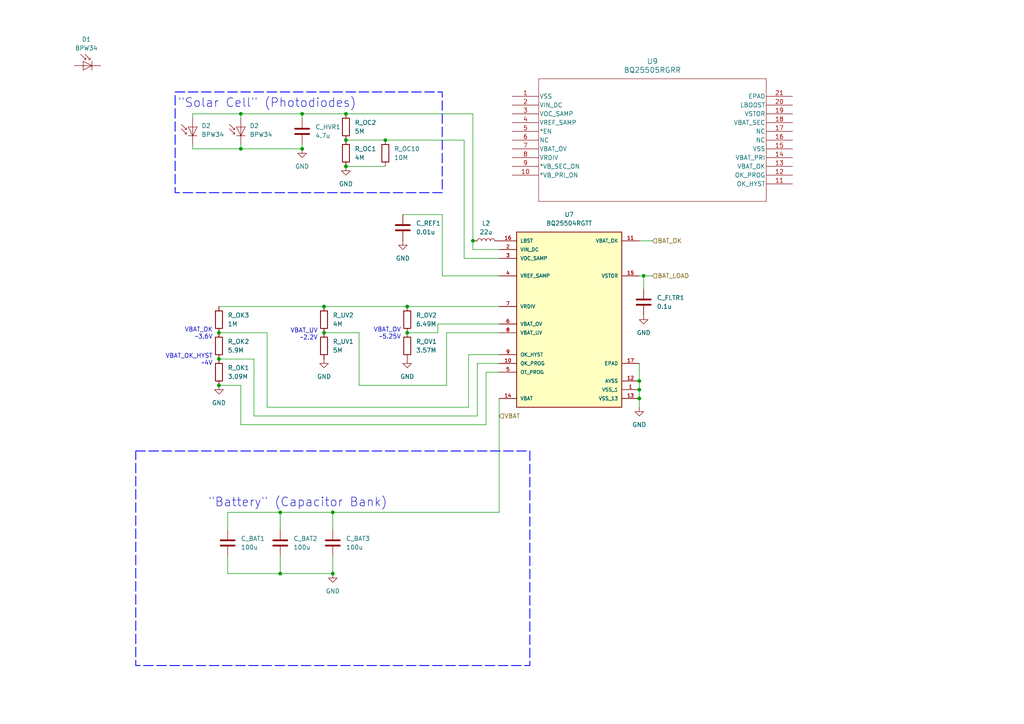
<source format=kicad_sch>
(kicad_sch (version 20250114) (generator "eeschema") (generator_version "9.0")
  (paper "A4")
  (lib_symbols
    (symbol "BQ25504RGTT:BQ25504RGTT" (pin_names (offset 1.016))
      (property "Reference" "U7" (at 0 30.48 0))
      (property "Value" "BQ25504RGTT" (at 0 27.94 0))
      (symbol "BQ25504RGTT_0_0"
        (rectangle (start -15.24 -25.4) (end 15.24 25.4) (stroke (width 0.254)) (fill (type background)))
        (pin input line (at -20.32 22.86 0) (length 5.08) (name "LBST") (number "16"))
        (pin input line (at -20.32 20.32 0) (length 5.08) (name "VIN_DC") (number "2"))
        (pin input line (at -20.32 17.78 0) (length 5.08) (name "VOC_SAMP") (number "3"))
        (pin input line (at -20.32 12.7 0) (length 5.08) (name "VREF_SAMP") (number "4"))
        (pin output line (at -20.32 3.81 0) (length 5.08) (name "VRDIV") (number "7"))
        (pin input line (at -20.32 -1.27 0) (length 5.08) (name "VBAT_OV") (number "6"))
        (pin input line (at -20.32 -3.81 0) (length 5.08) (name "VBAT_UV") (number "8"))
        (pin input line (at -20.32 -10.16 0) (length 5.08) (name "OK_HYST") (number "9"))
        (pin input line (at -20.32 -12.7 0) (length 5.08) (name "OK_PROG") (number "10"))
        (pin input line (at -20.32 -15.24 0) (length 5.08) (name "OT_PROG") (number "5"))
        (pin bidirectional line (at -20.32 -22.86 0) (length 5.08) (name "VBAT") (number "14"))
        (pin output line (at 20.32 22.86 180) (length 5.08) (name "VBAT_OK") (number "11"))
        (pin output line (at 20.32 12.7 180) (length 5.08) (name "VSTOR") (number "15"))
        (pin power_in line (at 20.32 -12.7 180) (length 5.08) (name "EPAD") (number "17"))
        (pin power_in line (at 20.32 -17.78 180) (length 5.08) (name "AVSS") (number "12"))
        (pin power_in line (at 20.32 -20.32 180) (length 5.08) (name "VSS_1") (number "1"))
        (pin power_in line (at 20.32 -22.86 180) (length 5.08) (name "VSS_13") (number "13"))
      )
    )
    (symbol "BQ25505:BQ25505RGRR" (pin_names (offset 0.254))
      (property "Reference" "U" (at 40.64 10.16 0))
      (property "Value" "BQ25505RGRR" (at 40.64 7.62 0))
      (symbol "BQ25505RGRR_0_1"
        (polyline (pts (xy 7.62 5.08) (xy 7.62 -30.48)) (stroke (width 0.127)))
        (polyline (pts (xy 7.62 -30.48) (xy 73.66 -30.48)) (stroke (width 0.127)))
        (polyline (pts (xy 73.66 5.08) (xy 7.62 5.08)) (stroke (width 0.127)))
        (polyline (pts (xy 73.66 -30.48) (xy 73.66 5.08)) (stroke (width 0.127)))
        (pin input line (at 0 0 0) (length 7.62) (name "VSS") (number "1"))
        (pin input line (at 0 -2.54 0) (length 7.62) (name "VIN_DC") (number "2"))
        (pin input line (at 0 -5.08 0) (length 7.62) (name "VOC_SAMP") (number "3"))
        (pin input line (at 0 -7.62 0) (length 7.62) (name "VREF_SAMP") (number "4"))
        (pin input line (at 0 -10.16 0) (length 7.62) (name "*EN") (number "5"))
        (pin input line (at 0 -12.7 0) (length 7.62) (name "NC") (number "6"))
        (pin power_in line (at 0 -15.24 0) (length 7.62) (name "VBAT_OV") (number "7"))
        (pin output line (at 0 -17.78 0) (length 7.62) (name "VRDIV") (number "8"))
        (pin output line (at 0 -20.32 0) (length 7.62) (name "*VB_SEC_ON") (number "9"))
        (pin output line (at 0 -22.86 0) (length 7.62) (name "*VB_PRI_ON") (number "10"))
        (pin unspecified line (at 81.28 0 180) (length 7.62) (name "EPAD") (number "21"))
        (pin input line (at 81.28 -2.54 180) (length 7.62) (name "LBOOST") (number "20"))
        (pin output line (at 81.28 -5.08 180) (length 7.62) (name "VSTOR") (number "19"))
        (pin bidirectional line (at 81.28 -7.62 180) (length 7.62) (name "VBAT_SEC") (number "18"))
        (pin input line (at 81.28 -10.16 180) (length 7.62) (name "NC") (number "17"))
        (pin input line (at 81.28 -12.7 180) (length 7.62) (name "NC") (number "16"))
        (pin power_in line (at 81.28 -15.24 180) (length 7.62) (name "VSS") (number "15"))
        (pin input line (at 81.28 -17.78 180) (length 7.62) (name "VBAT_PRI") (number "14"))
        (pin output line (at 81.28 -20.32 180) (length 7.62) (name "VBAT_OK") (number "13"))
        (pin input line (at 81.28 -22.86 180) (length 7.62) (name "OK_PROG") (number "12"))
        (pin input line (at 81.28 -25.4 180) (length 7.62) (name "OK_HYST") (number "11"))
      )
    )
    (symbol "Device:C" (pin_numbers (hide yes)) (pin_names (offset 0.254))
      (property "Reference" "C" (at 0.635 2.54 0))
      (property "Value" "C" (at 0.635 -2.54 0))
      (symbol "C_0_1"
        (polyline (pts (xy -2.032 0.762) (xy 2.032 0.762)) (stroke (width 0.508)))
        (polyline (pts (xy -2.032 -0.762) (xy 2.032 -0.762)) (stroke (width 0.508)))
      )
      (symbol "C_1_1"
        (pin passive line (at 0 3.81 270) (length 2.794) (name "~") (number "1"))
        (pin passive line (at 0 -3.81 90) (length 2.794) (name "~") (number "2"))
      )
    )
    (symbol "Device:L" (pin_numbers (hide yes)) (pin_names (offset 1.016) (hide yes))
      (property "Reference" "L" (at -1.27 0 90))
      (property "Value" "L" (at 1.905 0 90))
      (symbol "L_0_1"
        (arc (start 0 2.54) (mid 0.6323 1.905) (end 0 1.27))
        (arc (start 0 1.27) (mid 0.6323 0.635) (end 0 0))
        (arc (start 0 0) (mid 0.6323 -0.635) (end 0 -1.27))
        (arc (start 0 -1.27) (mid 0.6323 -1.905) (end 0 -2.54))
      )
      (symbol "L_1_1"
        (pin passive line (at 0 3.81 270) (length 1.27) (name "1") (number "1"))
        (pin passive line (at 0 -3.81 90) (length 1.27) (name "2") (number "2"))
      )
    )
    (symbol "Device:R" (pin_numbers (hide yes)) (pin_names (offset 0))
      (property "Reference" "R" (at 2.032 0 90))
      (property "Value" "R" (at 0 0 90))
      (symbol "R_0_1"
        (rectangle (start -1.016 -2.54) (end 1.016 2.54) (stroke (width 0.254)))
      )
      (symbol "R_1_1"
        (pin passive line (at 0 3.81 270) (length 1.27) (name "~") (number "1"))
        (pin passive line (at 0 -3.81 90) (length 1.27) (name "~") (number "2"))
      )
    )
    (symbol "Sensor_Optical:BPW34" (pin_numbers (hide yes)) (pin_names (offset 1.016) (hide yes))
      (property "Reference" "D" (at 0.508 1.778 0))
      (property "Value" "BPW34" (at -1.016 -2.794 0))
      (symbol "BPW34_0_1"
        (polyline (pts (xy -2.54 1.27) (xy -2.54 -1.27)) (stroke (width 0.1524)))
        (polyline (pts (xy -2.032 1.778) (xy -1.524 1.778)))
        (polyline (pts (xy -0.508 3.302) (xy -2.032 1.778) (xy -2.032 2.286)))
        (polyline (pts (xy 0 1.27) (xy -2.54 0) (xy 0 -1.27)))
        (polyline (pts (xy 0 0) (xy -2.54 0)))
        (polyline (pts (xy 0 -1.27) (xy 0 1.27)))
        (polyline (pts (xy 0.762 3.302) (xy -0.762 1.778) (xy -0.762 2.286) (xy -0.762 1.778) (xy -0.254 1.778)))
      )
      (symbol "BPW34_1_1"
        (pin passive line (at -5.08 0 0) (length 2.54) (name "K") (number "1"))
        (pin passive line (at 2.54 0 180) (length 2.54) (name "A") (number "2"))
      )
    )
    (symbol "power:GND" (power) (pin_numbers (hide yes)) (pin_names (offset 0) (hide yes))
      (property "Value" "GND" (at 0 -3.81 0))
      (symbol "GND_0_1"
        (polyline (pts (xy 0 0) (xy 0 -1.27) (xy 1.27 -1.27) (xy 0 -2.54) (xy -1.27 -1.27) (xy 0 -1.27)))
      )
      (symbol "GND_1_1"
        (pin power_in line (at 0 0 270) (length 0) (name "~") (number "1"))
      )
    )
  )
  (rectangle (start 50.8 26.67) (end 128.27 55.88) (stroke (width 0.254) (type dash) (color 0 0 255 1)))
  (rectangle (start 39.37 130.81) (end 153.67 193.04) (stroke (width 0.254) (type dash) (color 0 0 255 1)))
  (text "\"Battery\" (Capacitor Bank)" (at 86.36 145.796 0) (effects (font (size 2.54 2.54))))
  (text "\"Solar Cell\" (Photodiodes)" (at 77.47 29.972 0) (effects (font (size 2.54 2.54))))
  (text "VBAT_OV\n~5.25V" (at 116.332 96.774 0) (effects (font (size 1.27 1.27)) (justify right)))
  (text "VBAT_OK\n~3.6V" (at 61.722 96.774 0) (effects (font (size 1.27 1.27)) (justify right)))
  (text "VBAT_UV\n~2.2V" (at 92.202 97.028 0) (effects (font (size 1.27 1.27)) (justify right)))
  (text "VBAT_OK_HYST\n~4V" (at 61.722 104.394 0) (effects (font (size 1.27 1.27)) (justify right)))
  (junction (at 185.42 115.57))
  (junction (at 93.98 88.9))
  (junction (at 69.85 43.18))
  (junction (at 63.5 96.52))
  (junction (at 100.33 33.02))
  (junction (at 118.11 88.9))
  (junction (at 69.85 33.02))
  (junction (at 111.76 40.64))
  (junction (at 96.52 148.59))
  (junction (at 137.16 69.85))
  (junction (at 118.11 96.52))
  (junction (at 186.69 80.01))
  (junction (at 185.42 110.49))
  (junction (at 81.28 148.59))
  (junction (at 87.63 33.02))
  (junction (at 100.33 48.26))
  (junction (at 63.5 111.76))
  (junction (at 96.52 166.37))
  (junction (at 185.42 113.03))
  (junction (at 93.98 96.52))
  (junction (at 87.63 43.18))
  (junction (at 63.5 104.14))
  (junction (at 81.28 166.37))
  (junction (at 100.33 40.64))
  (wire (pts (xy 138.43 120.65) (xy 138.43 105.41)))
  (wire (pts (xy 96.52 161.29) (xy 96.52 166.37)))
  (wire (pts (xy 87.63 33.02) (xy 87.63 34.29)))
  (wire (pts (xy 81.28 161.29) (xy 81.28 166.37)))
  (wire (pts (xy 66.04 148.59) (xy 66.04 153.67)))
  (wire (pts (xy 186.69 80.01) (xy 189.23 80.01)))
  (wire (pts (xy 87.63 33.02) (xy 100.33 33.02)))
  (wire (pts (xy 185.42 115.57) (xy 185.42 118.11)))
  (wire (pts (xy 135.89 118.11) (xy 135.89 102.87)))
  (wire (pts (xy 186.69 83.82) (xy 186.69 80.01)))
  (wire (pts (xy 134.62 40.64) (xy 134.62 74.93)))
  (wire (pts (xy 55.88 33.02) (xy 69.85 33.02)))
  (wire (pts (xy 129.54 96.52) (xy 129.54 111.76)))
  (wire (pts (xy 69.85 33.02) (xy 87.63 33.02)))
  (wire (pts (xy 127 96.52) (xy 118.11 96.52)))
  (wire (pts (xy 140.97 123.19) (xy 69.85 123.19)))
  (wire (pts (xy 100.33 33.02) (xy 137.16 33.02)))
  (wire (pts (xy 77.47 96.52) (xy 63.5 96.52)))
  (wire (pts (xy 189.23 69.85) (xy 185.42 69.85)))
  (wire (pts (xy 100.33 40.64) (xy 111.76 40.64)))
  (wire (pts (xy 63.5 88.9) (xy 93.98 88.9)))
  (wire (pts (xy 185.42 110.49) (xy 185.42 113.03)))
  (wire (pts (xy 129.54 111.76) (xy 104.14 111.76)))
  (wire (pts (xy 128.27 80.01) (xy 144.78 80.01)))
  (wire (pts (xy 96.52 148.59) (xy 144.78 148.59)))
  (wire (pts (xy 81.28 166.37) (xy 96.52 166.37)))
  (wire (pts (xy 66.04 166.37) (xy 81.28 166.37)))
  (wire (pts (xy 144.78 74.93) (xy 134.62 74.93)))
  (wire (pts (xy 185.42 113.03) (xy 185.42 115.57)))
  (wire (pts (xy 63.5 111.76) (xy 69.85 111.76)))
  (wire (pts (xy 137.16 69.85) (xy 137.16 33.02)))
  (wire (pts (xy 111.76 40.64) (xy 134.62 40.64)))
  (wire (pts (xy 100.33 48.26) (xy 111.76 48.26)))
  (wire (pts (xy 185.42 105.41) (xy 185.42 110.49)))
  (wire (pts (xy 69.85 43.18) (xy 87.63 43.18)))
  (wire (pts (xy 81.28 153.67) (xy 81.28 148.59)))
  (wire (pts (xy 93.98 88.9) (xy 118.11 88.9)))
  (wire (pts (xy 137.16 69.85) (xy 137.16 72.39)))
  (wire (pts (xy 69.85 33.02) (xy 69.85 34.29)))
  (wire (pts (xy 116.84 62.23) (xy 128.27 62.23)))
  (wire (pts (xy 127 96.52) (xy 127 93.98)))
  (wire (pts (xy 137.16 72.39) (xy 144.78 72.39)))
  (wire (pts (xy 69.85 123.19) (xy 69.85 111.76)))
  (wire (pts (xy 104.14 96.52) (xy 93.98 96.52)))
  (wire (pts (xy 144.78 148.59) (xy 144.78 115.57)))
  (wire (pts (xy 118.11 88.9) (xy 144.78 88.9)))
  (wire (pts (xy 66.04 161.29) (xy 66.04 166.37)))
  (wire (pts (xy 55.88 43.18) (xy 69.85 43.18)))
  (wire (pts (xy 140.97 123.19) (xy 140.97 107.95)))
  (wire (pts (xy 81.28 148.59) (xy 66.04 148.59)))
  (wire (pts (xy 87.63 43.18) (xy 87.63 41.91)))
  (wire (pts (xy 96.52 148.59) (xy 96.52 153.67)))
  (wire (pts (xy 135.89 118.11) (xy 77.47 118.11)))
  (wire (pts (xy 55.88 43.18) (xy 55.88 41.91)))
  (wire (pts (xy 73.66 104.14) (xy 63.5 104.14)))
  (wire (pts (xy 138.43 105.41) (xy 144.78 105.41)))
  (wire (pts (xy 104.14 111.76) (xy 104.14 96.52)))
  (wire (pts (xy 73.66 120.65) (xy 73.66 104.14)))
  (wire (pts (xy 135.89 102.87) (xy 144.78 102.87)))
  (wire (pts (xy 81.28 148.59) (xy 96.52 148.59)))
  (wire (pts (xy 69.85 43.18) (xy 69.85 41.91)))
  (wire (pts (xy 138.43 120.65) (xy 73.66 120.65)))
  (wire (pts (xy 144.78 93.98) (xy 127 93.98)))
  (wire (pts (xy 144.78 96.52) (xy 129.54 96.52)))
  (wire (pts (xy 185.42 80.01) (xy 186.69 80.01)))
  (wire (pts (xy 128.27 62.23) (xy 128.27 80.01)))
  (wire (pts (xy 140.97 107.95) (xy 144.78 107.95)))
  (wire (pts (xy 77.47 118.11) (xy 77.47 96.52)))
  (wire (pts (xy 55.88 33.02) (xy 55.88 34.29)))
  (hierarchical_label "BAT_OK" (shape input) (at 189.23 69.85 0))
  (hierarchical_label "BAT_LOAD" (shape input) (at 189.23 80.01 0))
  (hierarchical_label "VBAT" (shape input) (at 144.78 120.65 0))
  (symbol (lib_id "Sensor_Optical:BPW34") (at 24.13 19.05 0) (mirror y) (unit 1)
    (property "Reference" "D1" (at 25.0571 11.43 0))
    (property "Value" "BPW34" (at 25.0571 13.97 0))
    (property "Footprint" "OptoDevice:Osram_DIL2_4.3x4.65mm_P5.08mm" (effects (hide yes)))
    (property "Datasheet" "http://www.vishay.com/docs/81521/bpw34.pdf" (effects (hide yes)))
    (property "Description" "Silicon PIN Photodiode" (effects (hide yes)))
  )
  (symbol (lib_id "power:GND") (at 118.11 104.14 0) (unit 1)
    (property "Reference" "#PWR029" (effects (hide yes)))
    (property "Value" "GND" (at 118.11 109.22 0))
    (property "Description" "Power symbol creates a global label with name \"GND\" , ground" (effects (hide yes)))
  )
  (symbol (lib_id "Device:R") (at 111.76 44.45 0) (unit 1)
    (property "Reference" "R_OC10" (at 114.3 43.1799 0) (effects (justify left)))
    (property "Value" "10M" (at 114.3 45.7199 0) (effects (justify left)))
    (property "Footprint" "Resistor_SMD:R_0402_1005Metric" (effects (hide yes)))
    (property "Description" "Resistor" (effects (hide yes)))
  )
  (symbol (lib_id "Device:C") (at 66.04 157.48 0) (unit 1)
    (property "Reference" "C_BAT1" (at 69.85 156.2099 0) (effects (justify left)))
    (property "Value" "100u" (at 69.85 158.7499 0) (effects (justify left)))
    (property "Footprint" "Capacitor_SMD:C_1206_3216Metric" (effects (hide yes)))
    (property "Description" "Unpolarized capacitor" (effects (hide yes)))
  )
  (symbol (lib_id "power:GND") (at 186.69 91.44 0) (unit 1)
    (property "Reference" "#PWR024" (effects (hide yes)))
    (property "Value" "GND" (at 186.69 96.52 0))
    (property "Description" "Power symbol creates a global label with name \"GND\" , ground" (effects (hide yes)))
  )
  (symbol (lib_id "Sensor_Optical:BPW34") (at 55.88 36.83 90) (unit 1)
    (property "Reference" "D2" (at 58.42 36.487 90) (effects (justify right)))
    (property "Value" "BPW34" (at 58.42 39.027 90) (effects (justify right)))
    (property "Footprint" "OptoDevice:Osram_DIL2_4.3x4.65mm_P5.08mm" (effects (hide yes)))
    (property "Datasheet" "http://www.vishay.com/docs/81521/bpw34.pdf" (effects (hide yes)))
    (property "Description" "Silicon PIN Photodiode" (effects (hide yes)))
  )
  (symbol (lib_id "BQ25504RGTT:BQ25504RGTT") (at 165.1 92.71 0) (unit 1)
    (property "Reference" "U7" (at 165.1 62.23 0))
    (property "Value" "BQ25504RGTT" (at 165.1 64.77 0))
    (property "Footprint" "BQ25504RGTT:QFN50P300X300X100-17N" (effects (hide yes)))
    (property "PARTREV" "F" (effects (hide yes)))
    (property "STANDARD" "IPC 7351B" (effects (hide yes)))
    (property "MAXIMUM_PACKAGE_HIEGHT" "1mm" (effects (hide yes)))
    (property "MANUFACTURER" "Texas Instruments" (effects (hide yes)))
  )
  (symbol (lib_id "BQ25505:BQ25505RGRR") (at 148.59 27.94 0) (unit 1)
    (property "Reference" "U9" (at 189.23 17.78 0) (effects (font (size 1.524 1.524))))
    (property "Value" "BQ25505RGRR" (at 189.23 20.32 0) (effects (font (size 1.524 1.524))))
    (property "Footprint" "RGR20_2P05X2P05_TEX" (effects (hide yes)))
    (property "Datasheet" "https://www.ti.com/lit/gpn/bq25505" (effects (hide yes)))
  )
  (symbol (lib_id "power:GND") (at 87.63 43.18 0) (unit 1)
    (property "Reference" "#PWR023" (effects (hide yes)))
    (property "Value" "GND" (at 87.63 48.26 0))
    (property "Description" "Power symbol creates a global label with name \"GND\" , ground" (effects (hide yes)))
  )
  (symbol (lib_id "Device:R") (at 63.5 92.71 0) (unit 1)
    (property "Reference" "R_OK3" (at 66.04 91.4399 0) (effects (justify left)))
    (property "Value" "1M" (at 66.04 93.9799 0) (effects (justify left)))
    (property "Footprint" "Resistor_SMD:R_0402_1005Metric" (effects (hide yes)))
    (property "Description" "Resistor" (effects (hide yes)))
  )
  (symbol (lib_id "Device:C") (at 186.69 87.63 0) (unit 1)
    (property "Reference" "C_FLTR1" (at 190.5 86.3599 0) (effects (justify left)))
    (property "Value" "0.1u" (at 190.5 88.8999 0) (effects (justify left)))
    (property "Footprint" "Capacitor_SMD:C_0402_1005Metric" (effects (hide yes)))
    (property "Description" "Unpolarized capacitor" (effects (hide yes)))
  )
  (symbol (lib_id "Device:R") (at 93.98 100.33 0) (unit 1)
    (property "Reference" "R_UV1" (at 96.52 99.0599 0) (effects (justify left)))
    (property "Value" "5M" (at 96.52 101.5999 0) (effects (justify left)))
    (property "Footprint" "Resistor_SMD:R_0402_1005Metric" (effects (hide yes)))
    (property "Description" "Resistor" (effects (hide yes)))
  )
  (symbol (lib_id "power:GND") (at 63.5 111.76 0) (unit 1)
    (property "Reference" "#PWR027" (effects (hide yes)))
    (property "Value" "GND" (at 63.5 116.84 0))
    (property "Description" "Power symbol creates a global label with name \"GND\" , ground" (effects (hide yes)))
  )
  (symbol (lib_id "Device:C") (at 96.52 157.48 0) (unit 1)
    (property "Reference" "C_BAT3" (at 100.33 156.2099 0) (effects (justify left)))
    (property "Value" "100u" (at 100.33 158.7499 0) (effects (justify left)))
    (property "Footprint" "Capacitor_SMD:C_1206_3216Metric" (effects (hide yes)))
    (property "Description" "Unpolarized capacitor" (effects (hide yes)))
  )
  (symbol (lib_id "power:GND") (at 96.52 166.37 0) (unit 1)
    (property "Reference" "#PWR022" (effects (hide yes)))
    (property "Value" "GND" (at 96.52 171.45 0))
    (property "Description" "Power symbol creates a global label with name \"GND\" , ground" (effects (hide yes)))
  )
  (symbol (lib_id "Device:R") (at 118.11 92.71 0) (unit 1)
    (property "Reference" "R_OV2" (at 120.65 91.4399 0) (effects (justify left)))
    (property "Value" "6.49M" (at 120.65 93.9799 0) (effects (justify left)))
    (property "Footprint" "Resistor_SMD:R_0402_1005Metric" (effects (hide yes)))
    (property "Description" "Resistor" (effects (hide yes)))
  )
  (symbol (lib_id "Device:R") (at 63.5 100.33 0) (unit 1)
    (property "Reference" "R_OK2" (at 66.04 99.0599 0) (effects (justify left)))
    (property "Value" "5.9M" (at 66.04 101.5999 0) (effects (justify left)))
    (property "Footprint" "Resistor_SMD:R_0402_1005Metric" (effects (hide yes)))
    (property "Description" "Resistor" (effects (hide yes)))
  )
  (symbol (lib_id "Device:R") (at 100.33 36.83 0) (unit 1)
    (property "Reference" "R_OC2" (at 102.87 35.5599 0) (effects (justify left)))
    (property "Value" "5M" (at 102.87 38.0999 0) (effects (justify left)))
    (property "Footprint" "Resistor_SMD:R_0402_1005Metric" (effects (hide yes)))
    (property "Description" "Resistor" (effects (hide yes)))
  )
  (symbol (lib_id "Device:R") (at 118.11 100.33 0) (unit 1)
    (property "Reference" "R_OV1" (at 120.65 99.0599 0) (effects (justify left)))
    (property "Value" "3.57M" (at 120.65 101.5999 0) (effects (justify left)))
    (property "Footprint" "Resistor_SMD:R_0402_1005Metric" (effects (hide yes)))
    (property "Description" "Resistor" (effects (hide yes)))
  )
  (symbol (lib_id "Device:L") (at 140.97 69.85 90) (unit 1)
    (property "Reference" "L2" (at 140.97 64.77 90))
    (property "Value" "22u" (at 140.97 67.31 90))
    (property "Footprint" "Inductor_SMD:L_0805_2012Metric" (effects (hide yes)))
    (property "Description" "Inductor" (effects (hide yes)))
  )
  (symbol (lib_id "power:GND") (at 100.33 48.26 0) (unit 1)
    (property "Reference" "#PWR025" (effects (hide yes)))
    (property "Value" "GND" (at 100.33 53.34 0))
    (property "Description" "Power symbol creates a global label with name \"GND\" , ground" (effects (hide yes)))
  )
  (symbol (lib_id "Device:C") (at 81.28 157.48 0) (unit 1)
    (property "Reference" "C_BAT2" (at 85.09 156.2099 0) (effects (justify left)))
    (property "Value" "100u" (at 85.09 158.7499 0) (effects (justify left)))
    (property "Footprint" "Capacitor_SMD:C_1206_3216Metric" (effects (hide yes)))
    (property "Description" "Unpolarized capacitor" (effects (hide yes)))
  )
  (symbol (lib_id "Sensor_Optical:BPW34") (at 69.85 36.83 90) (unit 1)
    (property "Reference" "D2" (at 72.39 36.487 90) (effects (justify right)))
    (property "Value" "BPW34" (at 72.39 39.027 90) (effects (justify right)))
    (property "Footprint" "OptoDevice:Osram_DIL2_4.3x4.65mm_P5.08mm" (effects (hide yes)))
    (property "Datasheet" "http://www.vishay.com/docs/81521/bpw34.pdf" (effects (hide yes)))
    (property "Description" "Silicon PIN Photodiode" (effects (hide yes)))
  )
  (symbol (lib_id "power:GND") (at 116.84 69.85 0) (unit 1)
    (property "Reference" "#PWR026" (effects (hide yes)))
    (property "Value" "GND" (at 116.84 74.93 0))
    (property "Description" "Power symbol creates a global label with name \"GND\" , ground" (effects (hide yes)))
  )
  (symbol (lib_id "Device:R") (at 63.5 107.95 0) (unit 1)
    (property "Reference" "R_OK1" (at 66.04 106.6799 0) (effects (justify left)))
    (property "Value" "3.09M" (at 66.04 109.2199 0) (effects (justify left)))
    (property "Footprint" "Resistor_SMD:R_0402_1005Metric" (effects (hide yes)))
    (property "Description" "Resistor" (effects (hide yes)))
  )
  (symbol (lib_id "Device:R") (at 93.98 92.71 0) (unit 1)
    (property "Reference" "R_UV2" (at 96.52 91.4399 0) (effects (justify left)))
    (property "Value" "4M" (at 96.52 93.9799 0) (effects (justify left)))
    (property "Footprint" "Resistor_SMD:R_0402_1005Metric" (effects (hide yes)))
    (property "Description" "Resistor" (effects (hide yes)))
  )
  (symbol (lib_id "Device:R") (at 100.33 44.45 0) (unit 1)
    (property "Reference" "R_OC1" (at 102.87 43.1799 0) (effects (justify left)))
    (property "Value" "4M" (at 102.87 45.7199 0) (effects (justify left)))
    (property "Footprint" "Resistor_SMD:R_0402_1005Metric" (effects (hide yes)))
    (property "Description" "Resistor" (effects (hide yes)))
  )
  (symbol (lib_id "power:GND") (at 185.42 118.11 0) (unit 1)
    (property "Reference" "#PWR07" (effects (hide yes)))
    (property "Value" "GND" (at 185.42 123.19 0))
    (property "Description" "Power symbol creates a global label with name \"GND\" , ground" (effects (hide yes)))
  )
  (symbol (lib_id "Device:C") (at 87.63 38.1 0) (unit 1)
    (property "Reference" "C_HVR1" (at 91.44 36.8299 0) (effects (justify left)))
    (property "Value" "4.7u" (at 91.44 39.3699 0) (effects (justify left)))
    (property "Footprint" "Capacitor_SMD:C_0402_1005Metric" (effects (hide yes)))
    (property "Description" "Unpolarized capacitor" (effects (hide yes)))
  )
  (symbol (lib_id "Device:C") (at 116.84 66.04 0) (unit 1)
    (property "Reference" "C_REF1" (at 120.65 64.7699 0) (effects (justify left)))
    (property "Value" "0.01u" (at 120.65 67.3099 0) (effects (justify left)))
    (property "Footprint" "Capacitor_SMD:C_0402_1005Metric" (effects (hide yes)))
    (property "Description" "Unpolarized capacitor" (effects (hide yes)))
  )
  (symbol (lib_id "power:GND") (at 93.98 104.14 0) (unit 1)
    (property "Reference" "#PWR028" (effects (hide yes)))
    (property "Value" "GND" (at 93.98 109.22 0))
    (property "Description" "Power symbol creates a global label with name \"GND\" , ground" (effects (hide yes)))
  )
)
</source>
